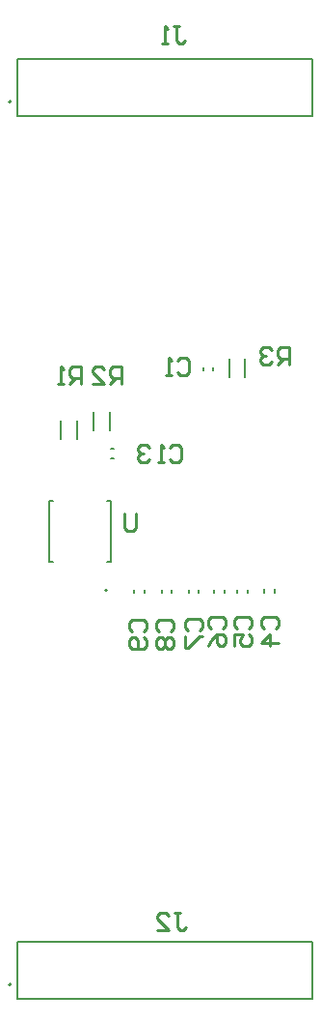
<source format=gbr>
%TF.GenerationSoftware,Altium Limited,Altium Designer,23.4.1 (23)*%
G04 Layer_Color=32896*
%FSLAX45Y45*%
%MOMM*%
%TF.SameCoordinates,06F9E411-BB4A-4FCF-AF8D-8E7D50D0EFEC*%
%TF.FilePolarity,Positive*%
%TF.FileFunction,Legend,Bot*%
%TF.Part,Single*%
G01*
G75*
%TA.AperFunction,NonConductor*%
%ADD28C,0.20000*%
%ADD29C,0.12700*%
%ADD30C,0.25400*%
D28*
X300500Y8238000D02*
G03*
X300500Y8238000I-10000J0D01*
G01*
Y508000D02*
G03*
X300500Y508000I-10000J0D01*
G01*
X1145375Y3961450D02*
G03*
X1145375Y3961450I-10000J0D01*
G01*
X355500Y8117350D02*
X2946500D01*
X355500Y8612650D02*
X2946500D01*
X355500Y8117350D02*
Y8612650D01*
X2946500Y8117350D02*
Y8612650D01*
X355500Y387350D02*
X2946500D01*
X355500Y882650D02*
X2946500D01*
X355500Y387350D02*
Y882650D01*
X2946500Y387350D02*
Y882650D01*
D29*
X2355000Y5825500D02*
Y5985500D01*
X2217000Y5825500D02*
Y5985500D01*
X2077000Y5884875D02*
Y5914875D01*
X1987000Y5884875D02*
Y5914875D01*
X635875Y4209750D02*
X667375D01*
X635875Y4743750D02*
X667375D01*
X1142375D02*
X1173875D01*
X1142375Y4209750D02*
X1173875D01*
X635875D02*
Y4743750D01*
X1173875Y4209750D02*
Y4743750D01*
X1175625Y5114375D02*
X1205625D01*
X1175625Y5204375D02*
X1205625D01*
X878625Y5285750D02*
Y5445750D01*
X740625Y5285750D02*
Y5445750D01*
X1026375Y5365125D02*
Y5525125D01*
X1164375Y5365125D02*
Y5525125D01*
X2526750Y3943500D02*
Y3973500D01*
X2616750Y3943500D02*
Y3973500D01*
X2288625Y3937875D02*
Y3967875D01*
X2378625Y3937875D02*
Y3967875D01*
X2082250Y3937875D02*
Y3967875D01*
X2172250Y3937875D02*
Y3967875D01*
X1383750Y3937875D02*
Y3967875D01*
X1473750Y3937875D02*
Y3967875D01*
X1621875Y3937875D02*
Y3967875D01*
X1711875Y3937875D02*
Y3967875D01*
X1860000Y3937875D02*
Y3967875D01*
X1950000Y3937875D02*
Y3967875D01*
D30*
X1400158Y4632300D02*
Y4505342D01*
X1374767Y4479950D01*
X1323983D01*
X1298591Y4505342D01*
Y4632300D01*
X2746334Y5940450D02*
Y6092800D01*
X2670158D01*
X2644767Y6067408D01*
Y6016625D01*
X2670158Y5991233D01*
X2746334D01*
X2695550D02*
X2644767Y5940450D01*
X2593983Y6067408D02*
X2568591Y6092800D01*
X2517808D01*
X2492416Y6067408D01*
Y6042017D01*
X2517808Y6016625D01*
X2543200D01*
X2517808D01*
X2492416Y5991233D01*
Y5965842D01*
X2517808Y5940450D01*
X2568591D01*
X2593983Y5965842D01*
X1269959Y5765825D02*
Y5918175D01*
X1193783D01*
X1168392Y5892783D01*
Y5842000D01*
X1193783Y5816608D01*
X1269959D01*
X1219175D02*
X1168392Y5765825D01*
X1016041D02*
X1117608D01*
X1016041Y5867392D01*
Y5892783D01*
X1041433Y5918175D01*
X1092216D01*
X1117608Y5892783D01*
X911192Y5765825D02*
Y5918175D01*
X835017D01*
X809625Y5892783D01*
Y5842000D01*
X835017Y5816608D01*
X911192D01*
X860408D02*
X809625Y5765825D01*
X758841D02*
X708058D01*
X733449D01*
Y5918175D01*
X758841Y5892783D01*
X1692246Y5210158D02*
X1717638Y5235550D01*
X1768421D01*
X1793813Y5210158D01*
Y5108592D01*
X1768421Y5083200D01*
X1717638D01*
X1692246Y5108592D01*
X1641463Y5083200D02*
X1590679D01*
X1616071D01*
Y5235550D01*
X1641463Y5210158D01*
X1514504D02*
X1489112Y5235550D01*
X1438328D01*
X1412936Y5210158D01*
Y5184767D01*
X1438328Y5159375D01*
X1463720D01*
X1438328D01*
X1412936Y5133983D01*
Y5108592D01*
X1438328Y5083200D01*
X1489112D01*
X1514504Y5108592D01*
X1362092Y3597267D02*
X1336700Y3622658D01*
Y3673442D01*
X1362092Y3698834D01*
X1463658D01*
X1489050Y3673442D01*
Y3622658D01*
X1463658Y3597267D01*
Y3546483D02*
X1489050Y3521091D01*
Y3470308D01*
X1463658Y3444916D01*
X1362092D01*
X1336700Y3470308D01*
Y3521091D01*
X1362092Y3546483D01*
X1387483D01*
X1412875Y3521091D01*
Y3444916D01*
X1600217Y3597267D02*
X1574825Y3622658D01*
Y3673442D01*
X1600217Y3698834D01*
X1701783D01*
X1727175Y3673442D01*
Y3622658D01*
X1701783Y3597267D01*
X1600217Y3546483D02*
X1574825Y3521091D01*
Y3470308D01*
X1600217Y3444916D01*
X1625608D01*
X1651000Y3470308D01*
X1676392Y3444916D01*
X1701783D01*
X1727175Y3470308D01*
Y3521091D01*
X1701783Y3546483D01*
X1676392D01*
X1651000Y3521091D01*
X1625608Y3546483D01*
X1600217D01*
X1651000Y3521091D02*
Y3470308D01*
X1854217Y3613142D02*
X1828825Y3638533D01*
Y3689317D01*
X1854217Y3714709D01*
X1955783D01*
X1981175Y3689317D01*
Y3638533D01*
X1955783Y3613142D01*
X1828825Y3562358D02*
Y3460791D01*
X1854217D01*
X1955783Y3562358D01*
X1981175D01*
X2060592Y3629017D02*
X2035200Y3654408D01*
Y3705192D01*
X2060592Y3730584D01*
X2162158D01*
X2187550Y3705192D01*
Y3654408D01*
X2162158Y3629017D01*
X2035200Y3476666D02*
X2060592Y3527450D01*
X2111375Y3578233D01*
X2162158D01*
X2187550Y3552841D01*
Y3502058D01*
X2162158Y3476666D01*
X2136767D01*
X2111375Y3502058D01*
Y3578233D01*
X2282842Y3629017D02*
X2257450Y3654408D01*
Y3705192D01*
X2282842Y3730584D01*
X2384408D01*
X2409800Y3705192D01*
Y3654408D01*
X2384408Y3629017D01*
X2257450Y3476666D02*
Y3578233D01*
X2333625D01*
X2308233Y3527450D01*
Y3502058D01*
X2333625Y3476666D01*
X2384408D01*
X2409800Y3502058D01*
Y3552841D01*
X2384408Y3578233D01*
X2520967Y3629017D02*
X2495575Y3654408D01*
Y3705192D01*
X2520967Y3730584D01*
X2622533D01*
X2647925Y3705192D01*
Y3654408D01*
X2622533Y3629017D01*
X2647925Y3502058D02*
X2495575D01*
X2571750Y3578233D01*
Y3476666D01*
X1762125Y5972158D02*
X1787517Y5997550D01*
X1838300D01*
X1863692Y5972158D01*
Y5870592D01*
X1838300Y5845200D01*
X1787517D01*
X1762125Y5870592D01*
X1711341Y5845200D02*
X1660558D01*
X1685949D01*
Y5997550D01*
X1711341Y5972158D01*
X1739892Y1139800D02*
X1790675D01*
X1765283D01*
Y1012842D01*
X1790675Y987450D01*
X1816067D01*
X1841459Y1012842D01*
X1587541Y987450D02*
X1689108D01*
X1587541Y1089017D01*
Y1114408D01*
X1612933Y1139800D01*
X1663716D01*
X1689108Y1114408D01*
X1730375Y8902675D02*
X1781158D01*
X1755767D01*
Y8775717D01*
X1781158Y8750325D01*
X1806550D01*
X1831942Y8775717D01*
X1679591Y8750325D02*
X1628808D01*
X1654199D01*
Y8902675D01*
X1679591Y8877283D01*
%TF.MD5,ca20d4adfe543a65ca12e21bf249b88c*%
M02*

</source>
